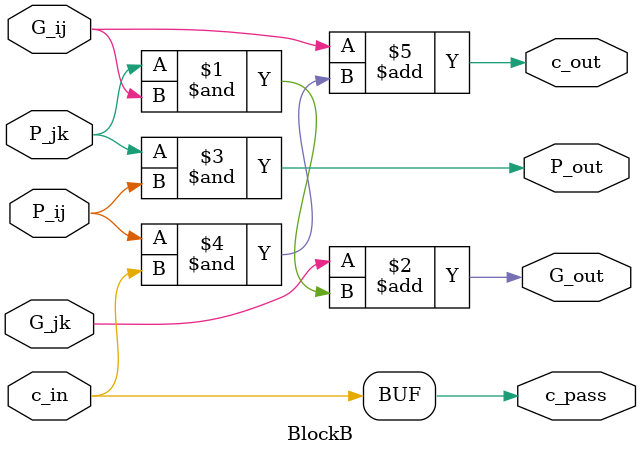
<source format=v>
`timescale 1ns / 1ps
module BlockB(
    input G_jk,
    input P_jk,
    input G_ij,
    input P_ij,
    input c_in,
    output c_pass,
    output c_out,
    output G_out,
    output P_out
    );

	assign c_pass = c_in;							//pass the carry in through untouched
	assign G_out = G_jk + (P_jk & G_ij);
	assign P_out = P_jk & P_ij;
	assign c_out = G_ij + (P_ij & c_in);

endmodule

</source>
